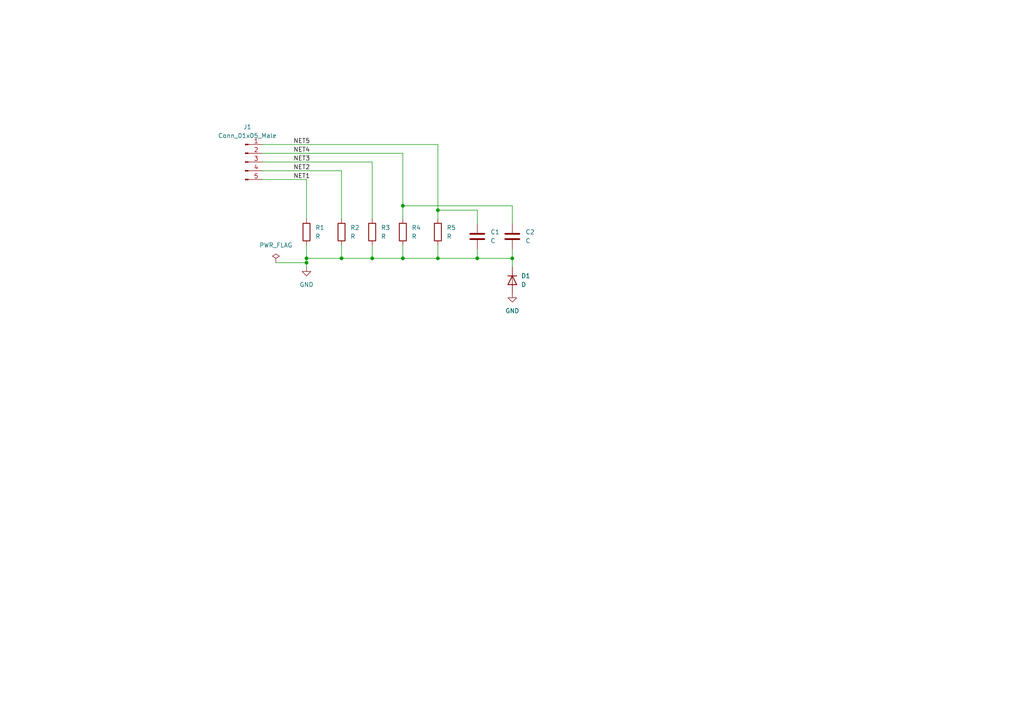
<source format=kicad_sch>
(kicad_sch (version 20211123) (generator eeschema)
  (paper "A4")
  (lib_symbols
    (symbol "Connector:Conn_01x05_Male" (pin_names (offset 1.016) hide)
      (property "Reference" "J" (at 0 7.62 0))
      (property "Value" "Conn_01x05_Male" (at 0 -7.62 0))
      (symbol "Conn_01x05_Male_1_1"
        (polyline (pts (xy 1.27 -5.08) (xy 0.8636 -5.08)) (stroke (width 0.1524)))
        (polyline (pts (xy 1.27 -2.54) (xy 0.8636 -2.54)) (stroke (width 0.1524)))
        (polyline (pts (xy 1.27 0) (xy 0.8636 0)) (stroke (width 0.1524)))
        (polyline (pts (xy 1.27 2.54) (xy 0.8636 2.54)) (stroke (width 0.1524)))
        (polyline (pts (xy 1.27 5.08) (xy 0.8636 5.08)) (stroke (width 0.1524)))
        (rectangle (start 0.8636 -4.953) (end 0 -5.207) (stroke (width 0.1524)) (fill (type outline)))
        (rectangle (start 0.8636 -2.413) (end 0 -2.667) (stroke (width 0.1524)) (fill (type outline)))
        (rectangle (start 0.8636 0.127) (end 0 -0.127) (stroke (width 0.1524)) (fill (type outline)))
        (rectangle (start 0.8636 2.667) (end 0 2.413) (stroke (width 0.1524)) (fill (type outline)))
        (rectangle (start 0.8636 5.207) (end 0 4.953) (stroke (width 0.1524)) (fill (type outline)))
        (pin passive line (at 5.08 5.08 180) (length 3.81) (name "Pin_1") (number "1"))
        (pin passive line (at 5.08 2.54 180) (length 3.81) (name "Pin_2") (number "2"))
        (pin passive line (at 5.08 0 180) (length 3.81) (name "Pin_3") (number "3"))
        (pin passive line (at 5.08 -2.54 180) (length 3.81) (name "Pin_4") (number "4"))
        (pin passive line (at 5.08 -5.08 180) (length 3.81) (name "Pin_5") (number "5"))
      )
    )
    (symbol "Device:C" (pin_numbers hide) (pin_names (offset 0.254))
      (property "Reference" "C" (at 0.635 2.54 0))
      (property "Value" "C" (at 0.635 -2.54 0))
      (symbol "C_0_1"
        (polyline (pts (xy -2.032 -0.762) (xy 2.032 -0.762)) (stroke (width 0.508)))
        (polyline (pts (xy -2.032 0.762) (xy 2.032 0.762)) (stroke (width 0.508)))
      )
      (symbol "C_1_1"
        (pin passive line (at 0 3.81 270) (length 2.794) (name "~") (number "1"))
        (pin passive line (at 0 -3.81 90) (length 2.794) (name "~") (number "2"))
      )
    )
    (symbol "Device:D" (pin_numbers hide) (pin_names (offset 1.016) hide)
      (property "Reference" "D" (at 0 2.54 0))
      (property "Value" "D" (at 0 -2.54 0))
      (symbol "D_0_1"
        (polyline (pts (xy -1.27 1.27) (xy -1.27 -1.27)) (stroke (width 0.254)))
        (polyline (pts (xy 1.27 0) (xy -1.27 0)))
        (polyline (pts (xy 1.27 1.27) (xy 1.27 -1.27) (xy -1.27 0) (xy 1.27 1.27)) (stroke (width 0.254)))
      )
      (symbol "D_1_1"
        (pin passive line (at -3.81 0 0) (length 2.54) (name "K") (number "1"))
        (pin passive line (at 3.81 0 180) (length 2.54) (name "A") (number "2"))
      )
    )
    (symbol "Device:R" (pin_numbers hide) (pin_names (offset 0))
      (property "Reference" "R" (at 2.032 0 90))
      (property "Value" "R" (at 0 0 90))
      (symbol "R_0_1"
        (rectangle (start -1.016 -2.54) (end 1.016 2.54) (stroke (width 0.254)))
      )
      (symbol "R_1_1"
        (pin passive line (at 0 3.81 270) (length 1.27) (name "~") (number "1"))
        (pin passive line (at 0 -3.81 90) (length 1.27) (name "~") (number "2"))
      )
    )
    (symbol "power:GND" (power) (pin_names (offset 0))
      (property "Value" "GND" (at 0 -3.81 0))
      (symbol "GND_0_1"
        (polyline (pts (xy 0 0) (xy 0 -1.27) (xy 1.27 -1.27) (xy 0 -2.54) (xy -1.27 -1.27) (xy 0 -1.27)))
      )
      (symbol "GND_1_1"
        (pin power_in line (at 0 0 270) (length 0) hide (name "GND") (number "1"))
      )
    )
    (symbol "power:PWR_FLAG" (power) (pin_numbers hide) (pin_names (offset 0) hide)
      (property "Value" "PWR_FLAG" (at 0 3.81 0))
      (symbol "PWR_FLAG_0_0"
        (pin power_out line (at 0 0 90) (length 0) (name "pwr") (number "1"))
      )
      (symbol "PWR_FLAG_0_1"
        (polyline (pts (xy 0 0) (xy 0 1.27) (xy -1.016 1.905) (xy 0 2.54) (xy 1.016 1.905) (xy 0 1.27)))
      )
    )
  )
  (junction (at 127 60.96))
  (junction (at 148.59 74.93))
  (junction (at 88.9 74.93))
  (junction (at 116.84 59.69))
  (junction (at 116.84 74.93))
  (junction (at 88.9 76.2))
  (junction (at 138.43 74.93))
  (junction (at 99.06 74.93))
  (junction (at 127 74.93))
  (junction (at 107.95 74.93))
  (wire (pts (xy 127 60.96) (xy 127 63.5)))
  (wire (pts (xy 88.9 71.12) (xy 88.9 74.93)))
  (wire (pts (xy 107.95 74.93) (xy 99.06 74.93)))
  (wire (pts (xy 88.9 74.93) (xy 88.9 76.2)))
  (wire (pts (xy 127 41.91) (xy 127 60.96)))
  (wire (pts (xy 148.59 59.69) (xy 116.84 59.69)))
  (wire (pts (xy 127 71.12) (xy 127 74.93)))
  (wire (pts (xy 76.2 49.53) (xy 99.06 49.53)))
  (wire (pts (xy 88.9 52.07) (xy 88.9 63.5)))
  (wire (pts (xy 107.95 71.12) (xy 107.95 74.93)))
  (wire (pts (xy 138.43 74.93) (xy 127 74.93)))
  (wire (pts (xy 88.9 76.2) (xy 88.9 77.47)))
  (wire (pts (xy 116.84 71.12) (xy 116.84 74.93)))
  (wire (pts (xy 148.59 72.39) (xy 148.59 74.93)))
  (wire (pts (xy 116.84 74.93) (xy 107.95 74.93)))
  (wire (pts (xy 116.84 59.69) (xy 116.84 63.5)))
  (wire (pts (xy 76.2 41.91) (xy 127 41.91)))
  (wire (pts (xy 127 74.93) (xy 116.84 74.93)))
  (wire (pts (xy 107.95 46.99) (xy 107.95 63.5)))
  (wire (pts (xy 99.06 71.12) (xy 99.06 74.93)))
  (wire (pts (xy 138.43 72.39) (xy 138.43 74.93)))
  (wire (pts (xy 148.59 74.93) (xy 138.43 74.93)))
  (wire (pts (xy 148.59 74.93) (xy 148.59 77.47)))
  (wire (pts (xy 138.43 60.96) (xy 127 60.96)))
  (wire (pts (xy 76.2 44.45) (xy 116.84 44.45)))
  (wire (pts (xy 99.06 74.93) (xy 88.9 74.93)))
  (wire (pts (xy 116.84 44.45) (xy 116.84 59.69)))
  (wire (pts (xy 76.2 52.07) (xy 88.9 52.07)))
  (wire (pts (xy 99.06 49.53) (xy 99.06 63.5)))
  (wire (pts (xy 148.59 64.77) (xy 148.59 59.69)))
  (wire (pts (xy 80.01 76.2) (xy 88.9 76.2)))
  (wire (pts (xy 76.2 46.99) (xy 107.95 46.99)))
  (wire (pts (xy 138.43 64.77) (xy 138.43 60.96)))
  (label "NET5" (at 85.09 41.91 0))
  (label "NET4" (at 85.09 44.45 0))
  (label "NET3" (at 85.09 46.99 0))
  (label "NET2" (at 85.09 49.53 0))
  (label "NET1" (at 85.09 52.07 0))
  (symbol (lib_id "Device:R") (at 88.9 67.31 0) (unit 1)
    (property "Reference" "R1" (at 91.44 66.0399 0) (effects (justify left)))
    (property "Value" "R" (at 91.44 68.5799 0) (effects (justify left)))
    (property "Footprint" "Resistor_THT:R_Box_L8.4mm_W2.5mm_P5.08mm" (effects hide))
  )
  (symbol (lib_id "Device:R") (at 116.84 67.31 0) (unit 1)
    (property "Reference" "R4" (at 119.38 66.0399 0) (effects (justify left)))
    (property "Value" "R" (at 119.38 68.5799 0) (effects (justify left)))
    (property "Footprint" "Resistor_THT:R_Box_L8.4mm_W2.5mm_P5.08mm" (effects hide))
  )
  (symbol (lib_id "Connector:Conn_01x05_Male") (at 71.12 46.99 0) (unit 1)
    (property "Reference" "J1" (at 71.755 36.83 0))
    (property "Value" "Conn_01x05_Male" (at 71.755 39.37 0))
    (property "Footprint" "Connector_PinHeader_2.54mm:PinHeader_1x05_P2.54mm_Vertical" (effects hide))
  )
  (symbol (lib_id "power:GND") (at 88.9 77.47 0) (unit 1)
    (property "Reference" "#PWR01" (effects hide))
    (property "Value" "GND" (at 88.9 82.55 0))
  )
  (symbol (lib_id "Device:C") (at 148.59 68.58 0) (unit 1)
    (property "Reference" "C2" (at 152.4 67.3099 0) (effects (justify left)))
    (property "Value" "C" (at 152.4 69.8499 0) (effects (justify left)))
  )
  (symbol (lib_id "Device:R") (at 99.06 67.31 0) (unit 1)
    (property "Reference" "R2" (at 101.6 66.0399 0) (effects (justify left)))
    (property "Value" "R" (at 101.6 68.5799 0) (effects (justify left)))
    (property "Footprint" "Resistor_THT:R_Box_L8.4mm_W2.5mm_P5.08mm" (effects hide))
  )
  (symbol (lib_id "Device:R") (at 127 67.31 0) (unit 1)
    (property "Reference" "R5" (at 129.54 66.0399 0) (effects (justify left)))
    (property "Value" "R" (at 129.54 68.5799 0) (effects (justify left)))
    (property "Footprint" "Resistor_THT:R_Box_L8.4mm_W2.5mm_P5.08mm" (effects hide))
  )
  (symbol (lib_id "Device:D") (at 148.59 81.28 270) (unit 1)
    (property "Reference" "D1" (at 151.13 80.0099 90) (effects (justify left)))
    (property "Value" "D" (at 151.13 82.5499 90) (effects (justify left)))
  )
  (symbol (lib_id "power:GND") (at 148.59 85.09 0) (unit 1)
    (property "Reference" "#PWR?" (effects hide))
    (property "Value" "GND" (at 148.59 90.17 0))
  )
  (symbol (lib_id "Device:C") (at 138.43 68.58 0) (unit 1)
    (property "Reference" "C1" (at 142.24 67.3099 0) (effects (justify left)))
    (property "Value" "C" (at 142.24 69.8499 0) (effects (justify left)))
  )
  (symbol (lib_id "Device:R") (at 107.95 67.31 0) (unit 1)
    (property "Reference" "R3" (at 110.49 66.0399 0) (effects (justify left)))
    (property "Value" "R" (at 110.49 68.5799 0) (effects (justify left)))
    (property "Footprint" "Resistor_THT:R_Box_L8.4mm_W2.5mm_P5.08mm" (effects hide))
  )
  (symbol (lib_id "power:PWR_FLAG") (at 80.01 76.2 0) (unit 1)
    (property "Reference" "#FLG01" (effects hide))
    (property "Value" "PWR_FLAG" (at 80.01 71.12 0))
  )
)
</source>
